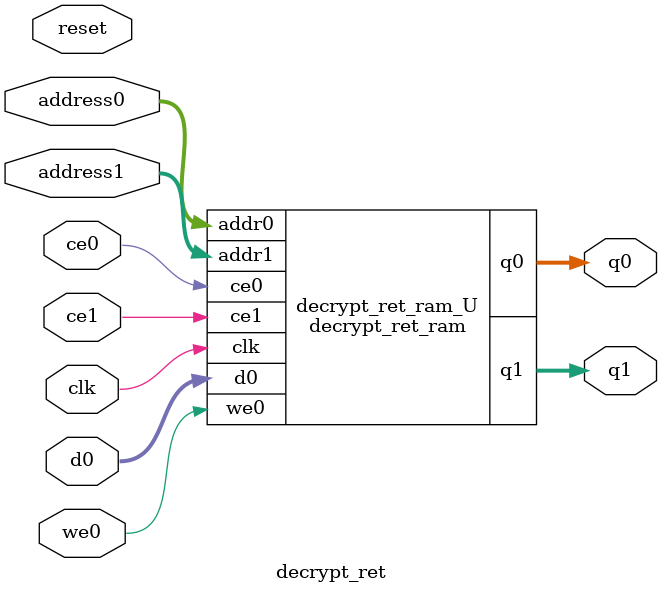
<source format=v>
`timescale 1 ns / 1 ps
module decrypt_ret_ram (addr0, ce0, d0, we0, q0, addr1, ce1, q1,  clk);

parameter DWIDTH = 32;
parameter AWIDTH = 5;
parameter MEM_SIZE = 32;

input[AWIDTH-1:0] addr0;
input ce0;
input[DWIDTH-1:0] d0;
input we0;
output reg[DWIDTH-1:0] q0;
input[AWIDTH-1:0] addr1;
input ce1;
output reg[DWIDTH-1:0] q1;
input clk;

(* ram_style = "block" *)reg [DWIDTH-1:0] ram[0:MEM_SIZE-1];




always @(posedge clk)  
begin 
    if (ce0) 
    begin
        if (we0) 
        begin 
            ram[addr0] <= d0; 
        end 
        q0 <= ram[addr0];
    end
end


always @(posedge clk)  
begin 
    if (ce1) 
    begin
        q1 <= ram[addr1];
    end
end


endmodule

`timescale 1 ns / 1 ps
module decrypt_ret(
    reset,
    clk,
    address0,
    ce0,
    we0,
    d0,
    q0,
    address1,
    ce1,
    q1);

parameter DataWidth = 32'd32;
parameter AddressRange = 32'd32;
parameter AddressWidth = 32'd5;
input reset;
input clk;
input[AddressWidth - 1:0] address0;
input ce0;
input we0;
input[DataWidth - 1:0] d0;
output[DataWidth - 1:0] q0;
input[AddressWidth - 1:0] address1;
input ce1;
output[DataWidth - 1:0] q1;



decrypt_ret_ram decrypt_ret_ram_U(
    .clk( clk ),
    .addr0( address0 ),
    .ce0( ce0 ),
    .we0( we0 ),
    .d0( d0 ),
    .q0( q0 ),
    .addr1( address1 ),
    .ce1( ce1 ),
    .q1( q1 ));

endmodule


</source>
